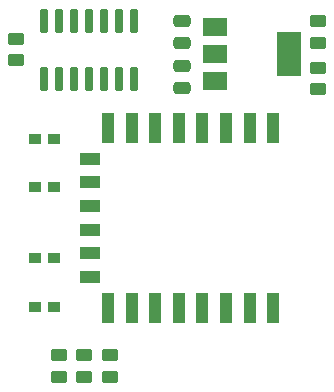
<source format=gtp>
%TF.GenerationSoftware,KiCad,Pcbnew,(6.0.1)*%
%TF.CreationDate,2022-11-28T18:30:33+03:00*%
%TF.ProjectId,WS2812Controller,57533238-3132-4436-9f6e-74726f6c6c65,0.6*%
%TF.SameCoordinates,PX81390e0PY53ec600*%
%TF.FileFunction,Paste,Top*%
%TF.FilePolarity,Positive*%
%FSLAX46Y46*%
G04 Gerber Fmt 4.6, Leading zero omitted, Abs format (unit mm)*
G04 Created by KiCad (PCBNEW (6.0.1)) date 2022-11-28 18:30:33*
%MOMM*%
%LPD*%
G01*
G04 APERTURE LIST*
G04 Aperture macros list*
%AMRoundRect*
0 Rectangle with rounded corners*
0 $1 Rounding radius*
0 $2 $3 $4 $5 $6 $7 $8 $9 X,Y pos of 4 corners*
0 Add a 4 corners polygon primitive as box body*
4,1,4,$2,$3,$4,$5,$6,$7,$8,$9,$2,$3,0*
0 Add four circle primitives for the rounded corners*
1,1,$1+$1,$2,$3*
1,1,$1+$1,$4,$5*
1,1,$1+$1,$6,$7*
1,1,$1+$1,$8,$9*
0 Add four rect primitives between the rounded corners*
20,1,$1+$1,$2,$3,$4,$5,0*
20,1,$1+$1,$4,$5,$6,$7,0*
20,1,$1+$1,$6,$7,$8,$9,0*
20,1,$1+$1,$8,$9,$2,$3,0*%
G04 Aperture macros list end*
%ADD10R,2.000000X1.500000*%
%ADD11R,2.000000X3.800000*%
%ADD12R,1.000000X2.500000*%
%ADD13R,1.800000X1.000000*%
%ADD14RoundRect,0.250000X0.450000X-0.262500X0.450000X0.262500X-0.450000X0.262500X-0.450000X-0.262500X0*%
%ADD15RoundRect,0.250000X-0.450000X0.262500X-0.450000X-0.262500X0.450000X-0.262500X0.450000X0.262500X0*%
%ADD16RoundRect,0.250000X-0.475000X0.250000X-0.475000X-0.250000X0.475000X-0.250000X0.475000X0.250000X0*%
%ADD17R,1.000000X0.900000*%
%ADD18RoundRect,0.090000X-0.210000X0.895000X-0.210000X-0.895000X0.210000X-0.895000X0.210000X0.895000X0*%
%ADD19RoundRect,0.250000X0.475000X-0.250000X0.475000X0.250000X-0.475000X0.250000X-0.475000X-0.250000X0*%
G04 APERTURE END LIST*
D10*
%TO.C,U1*%
X11060140Y14668960D03*
D11*
X17360140Y12368960D03*
D10*
X11060140Y12368960D03*
X11060140Y10068960D03*
%TD*%
D12*
%TO.C,U2*%
X16003260Y6122880D03*
X14003260Y6122880D03*
X12003260Y6122880D03*
X10003260Y6122880D03*
X8003260Y6122880D03*
X6003260Y6122880D03*
X4003260Y6122880D03*
X2003260Y6122880D03*
D13*
X503260Y3522880D03*
X503260Y1522880D03*
X503260Y-477120D03*
X503260Y-2477120D03*
X503260Y-4477120D03*
X503260Y-6477120D03*
D12*
X2003260Y-9077120D03*
X4003260Y-9077120D03*
X6003260Y-9077120D03*
X8003260Y-9077120D03*
X10003260Y-9077120D03*
X12003260Y-9077120D03*
X14003260Y-9077120D03*
X16003260Y-9077120D03*
%TD*%
D14*
%TO.C,R5*%
X2168000Y-14918900D03*
X2168000Y-13093900D03*
%TD*%
D15*
%TO.C,R1*%
X19772740Y15168680D03*
X19772740Y13343680D03*
%TD*%
%TO.C,R6*%
X-5756800Y13677700D03*
X-5756800Y11852700D03*
%TD*%
%TO.C,R2*%
X-2160160Y-13093900D03*
X-2160160Y-14918900D03*
%TD*%
D16*
%TO.C,C1*%
X8241140Y11413960D03*
X8241140Y9513960D03*
%TD*%
D15*
%TO.C,R3*%
X19775280Y11252000D03*
X19775280Y9427000D03*
%TD*%
D17*
%TO.C,SW1*%
X-4159040Y5211460D03*
X-4159040Y1111460D03*
X-2559040Y1111460D03*
X-2559040Y5211460D03*
%TD*%
D14*
%TO.C,R4*%
X3920Y-14918900D03*
X3920Y-13093900D03*
%TD*%
D18*
%TO.C,U3*%
X4210000Y15189400D03*
X2940000Y15189400D03*
X1670000Y15189400D03*
X400000Y15189400D03*
X-870000Y15189400D03*
X-2140000Y15189400D03*
X-3410000Y15189400D03*
X-3410000Y10239400D03*
X-2140000Y10239400D03*
X-870000Y10239400D03*
X400000Y10239400D03*
X1670000Y10239400D03*
X2940000Y10239400D03*
X4210000Y10239400D03*
%TD*%
D17*
%TO.C,SW2*%
X-2561580Y-9018060D03*
X-2561580Y-4918060D03*
X-4161580Y-9018060D03*
X-4161580Y-4918060D03*
%TD*%
D19*
%TO.C,C2*%
X8241140Y13323960D03*
X8241140Y15223960D03*
%TD*%
M02*

</source>
